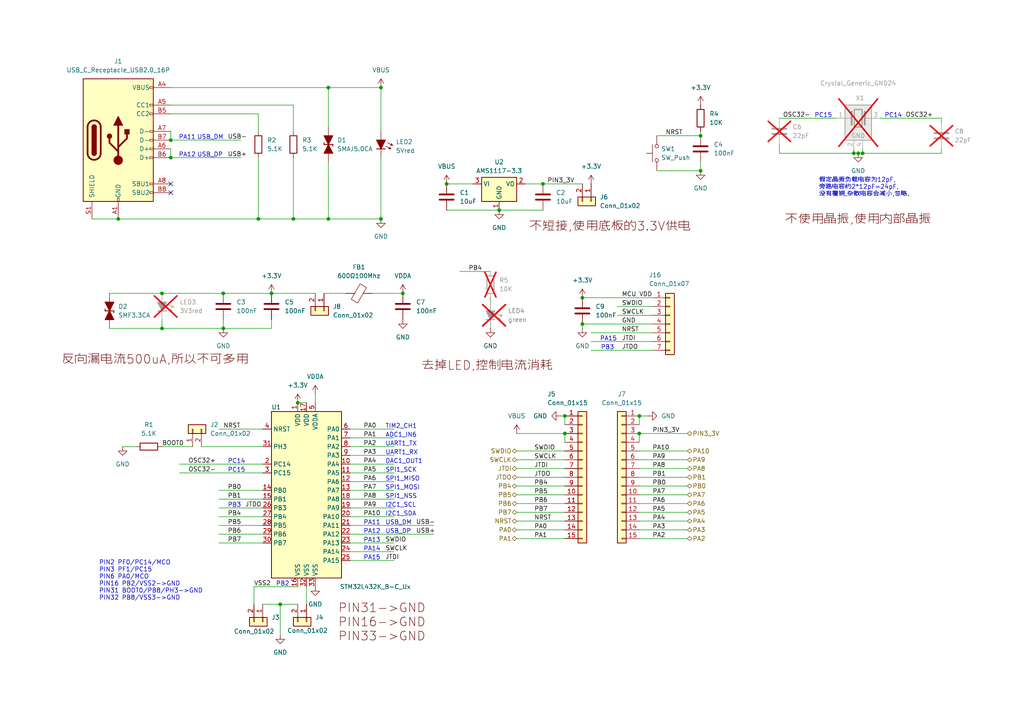
<source format=kicad_sch>
(kicad_sch (version 20250114) (generator "eeschema") (generator_version "9.0")
  (paper "A4")
  (lib_symbols
    (symbol "Connector:USB_C_Receptacle_USB2.0_16P" (pin_names (offset 1.016))
      (property "Reference" "J" (at 0 22.225 0))
      (property "Value" "USB_C_Receptacle_USB2.0_16P" (at 0 19.685 0))
      (symbol "USB_C_Receptacle_USB2.0_16P_1_1"
        (pin passive line (at -7.62 -22.86 90) (length 5.08) (name "SHIELD") (number "S1"))
        (pin passive line (at 0 -22.86 90) (length 5.08) (name "GND") (number "A1"))
        (pin passive line (at 0 -22.86 90) (length 5.08) (hide yes) (name "GND") (number "A12"))
        (pin passive line (at 0 -22.86 90) (length 5.08) (hide yes) (name "GND") (number "B1"))
        (pin passive line (at 0 -22.86 90) (length 5.08) (hide yes) (name "GND") (number "B12"))
        (pin passive line (at 15.24 15.24 180) (length 5.08) (name "VBUS") (number "A4"))
        (pin passive line (at 15.24 15.24 180) (length 5.08) (hide yes) (name "VBUS") (number "A9"))
        (pin passive line (at 15.24 15.24 180) (length 5.08) (hide yes) (name "VBUS") (number "B4"))
        (pin passive line (at 15.24 15.24 180) (length 5.08) (hide yes) (name "VBUS") (number "B9"))
        (pin bidirectional line (at 15.24 10.16 180) (length 5.08) (name "CC1") (number "A5"))
        (pin bidirectional line (at 15.24 7.62 180) (length 5.08) (name "CC2") (number "B5"))
        (pin bidirectional line (at 15.24 2.54 180) (length 5.08) (name "D-") (number "A7"))
        (pin bidirectional line (at 15.24 0 180) (length 5.08) (name "D-") (number "B7"))
        (pin bidirectional line (at 15.24 -2.54 180) (length 5.08) (name "D+") (number "A6"))
        (pin bidirectional line (at 15.24 -5.08 180) (length 5.08) (name "D+") (number "B6"))
        (pin bidirectional line (at 15.24 -12.7 180) (length 5.08) (name "SBU1") (number "A8"))
        (pin bidirectional line (at 15.24 -15.24 180) (length 5.08) (name "SBU2") (number "B8"))
      )
    )
    (symbol "Connector_Generic:Conn_01x02" (pin_names (offset 1.016) (hide yes))
      (property "Reference" "J" (at 0 2.54 0))
      (property "Value" "Conn_01x02" (at 0 -5.08 0))
      (symbol "Conn_01x02_1_1"
        (pin passive line (at -5.08 0 0) (length 3.81) (name "Pin_1") (number "1"))
        (pin passive line (at -5.08 -2.54 0) (length 3.81) (name "Pin_2") (number "2"))
      )
    )
    (symbol "Connector_Generic:Conn_01x07" (pin_names (offset 1.016) (hide yes))
      (property "Reference" "J" (at 0 10.16 0))
      (property "Value" "Conn_01x07" (at 0 -10.16 0))
      (symbol "Conn_01x07_1_1"
        (pin passive line (at -5.08 7.62 0) (length 3.81) (name "Pin_1") (number "1"))
        (pin passive line (at -5.08 5.08 0) (length 3.81) (name "Pin_2") (number "2"))
        (pin passive line (at -5.08 2.54 0) (length 3.81) (name "Pin_3") (number "3"))
        (pin passive line (at -5.08 0 0) (length 3.81) (name "Pin_4") (number "4"))
        (pin passive line (at -5.08 -2.54 0) (length 3.81) (name "Pin_5") (number "5"))
        (pin passive line (at -5.08 -5.08 0) (length 3.81) (name "Pin_6") (number "6"))
        (pin passive line (at -5.08 -7.62 0) (length 3.81) (name "Pin_7") (number "7"))
      )
    )
    (symbol "Connector_Generic:Conn_01x15" (pin_names (offset 1.016) (hide yes))
      (property "Reference" "J" (at 0 20.32 0))
      (property "Value" "Conn_01x15" (at 0 -20.32 0))
      (symbol "Conn_01x15_1_1"
        (pin passive line (at -5.08 17.78 0) (length 3.81) (name "Pin_1") (number "1"))
        (pin passive line (at -5.08 15.24 0) (length 3.81) (name "Pin_2") (number "2"))
        (pin passive line (at -5.08 12.7 0) (length 3.81) (name "Pin_3") (number "3"))
        (pin passive line (at -5.08 10.16 0) (length 3.81) (name "Pin_4") (number "4"))
        (pin passive line (at -5.08 7.62 0) (length 3.81) (name "Pin_5") (number "5"))
        (pin passive line (at -5.08 5.08 0) (length 3.81) (name "Pin_6") (number "6"))
        (pin passive line (at -5.08 2.54 0) (length 3.81) (name "Pin_7") (number "7"))
        (pin passive line (at -5.08 0 0) (length 3.81) (name "Pin_8") (number "8"))
        (pin passive line (at -5.08 -2.54 0) (length 3.81) (name "Pin_9") (number "9"))
        (pin passive line (at -5.08 -5.08 0) (length 3.81) (name "Pin_10") (number "10"))
        (pin passive line (at -5.08 -7.62 0) (length 3.81) (name "Pin_11") (number "11"))
        (pin passive line (at -5.08 -10.16 0) (length 3.81) (name "Pin_12") (number "12"))
        (pin passive line (at -5.08 -12.7 0) (length 3.81) (name "Pin_13") (number "13"))
        (pin passive line (at -5.08 -15.24 0) (length 3.81) (name "Pin_14") (number "14"))
        (pin passive line (at -5.08 -17.78 0) (length 3.81) (name "Pin_15") (number "15"))
      )
    )
    (symbol "Device:FerriteBead" (pin_numbers (hide yes)) (pin_names (offset 0))
      (property "Reference" "FB" (at -3.81 0.635 90))
      (property "Value" "FerriteBead" (at 3.81 0 90))
      (symbol "FerriteBead_1_1"
        (pin passive line (at 0 3.81 270) (length 2.54) (name "~") (number "1"))
        (pin passive line (at 0 -3.81 90) (length 2.54) (name "~") (number "2"))
      )
    )
    (symbol "Library:SMF3.3CA" (pin_numbers (hide yes)) (pin_names (offset 1.016) (hide yes))
      (property "Reference" "D" (at 0 5.08 0))
      (property "Value" "SMF3.3CA" (at 0 2.54 0))
      (symbol "SMF3.3CA_1_1"
        (pin passive line (at -5.08 0 0) (length 2.54) (name "K") (number "1"))
        (pin passive line (at 5.08 0 180) (length 2.54) (name "A") (number "2"))
      )
      (symbol "SMF3.3CA_1_2"
        (pin passive line (at -3.81 -3.81 0) (length 0) (name "A") (number "2"))
        (pin passive line (at 3.81 3.81 180) (length 0) (name "K") (number "1"))
      )
    )
    (symbol "MCU_ST_STM32L4:STM32L432K_B-C_Ux"
      (property "Reference" "U1" (at -10.16 26.67 0))
      (property "Value" "STM32L432K_B-C_Ux" (at 9.652 -25.4 0))
      (symbol "STM32L432K_B-C_Ux_1_1"
        (pin input line (at -12.7 20.32 0) (length 2.54) (name "NRST") (number "4"))
        (pin bidirectional line (at -12.7 15.24 0) (length 2.54) (name "PH3") (number "31"))
        (pin bidirectional line (at -12.7 10.16 0) (length 2.54) (name "PC14") (number "2"))
        (pin bidirectional line (at -12.7 7.62 0) (length 2.54) (name "PC15") (number "3"))
        (pin bidirectional line (at -12.7 2.54 0) (length 2.54) (name "PB0") (number "14"))
        (pin bidirectional line (at -12.7 0 0) (length 2.54) (name "PB1") (number "15"))
        (pin bidirectional line (at -12.7 -2.54 0) (length 2.54) (name "PB3") (number "26"))
        (pin bidirectional line (at -12.7 -5.08 0) (length 2.54) (name "PB4") (number "27"))
        (pin bidirectional line (at -12.7 -7.62 0) (length 2.54) (name "PB5") (number "28"))
        (pin bidirectional line (at -12.7 -10.16 0) (length 2.54) (name "PB6") (number "29"))
        (pin bidirectional line (at -12.7 -12.7 0) (length 2.54) (name "PB7") (number "30"))
        (pin power_in line (at -2.54 27.94 270) (length 2.54) (name "VDD") (number "1"))
        (pin power_in line (at -2.54 -25.4 90) (length 2.54) (name "VSS") (number "16"))
        (pin power_in line (at 0 27.94 270) (length 2.54) (name "VDD") (number "17"))
        (pin passive line (at 0 -25.4 90) (length 2.54) (name "VSS") (number "32"))
        (pin power_in line (at 2.54 27.94 270) (length 2.54) (name "VDDA") (number "5"))
        (pin passive line (at 2.54 -25.4 90) (length 2.54) (name "VSS") (number "33"))
        (pin bidirectional line (at 12.7 20.32 180) (length 2.54) (name "PA0") (number "6"))
        (pin bidirectional line (at 12.7 17.78 180) (length 2.54) (name "PA1") (number "7"))
        (pin bidirectional line (at 12.7 15.24 180) (length 2.54) (name "PA2") (number "8"))
        (pin bidirectional line (at 12.7 12.7 180) (length 2.54) (name "PA3") (number "9"))
        (pin bidirectional line (at 12.7 10.16 180) (length 2.54) (name "PA4") (number "10"))
        (pin bidirectional line (at 12.7 7.62 180) (length 2.54) (name "PA5") (number "11"))
        (pin bidirectional line (at 12.7 5.08 180) (length 2.54) (name "PA6") (number "12"))
        (pin bidirectional line (at 12.7 2.54 180) (length 2.54) (name "PA7") (number "13"))
        (pin bidirectional line (at 12.7 0 180) (length 2.54) (name "PA8") (number "18"))
        (pin bidirectional line (at 12.7 -2.54 180) (length 2.54) (name "PA9") (number "19"))
        (pin bidirectional line (at 12.7 -5.08 180) (length 2.54) (name "PA10") (number "20"))
        (pin bidirectional line (at 12.7 -7.62 180) (length 2.54) (name "PA11") (number "21"))
        (pin bidirectional line (at 12.7 -10.16 180) (length 2.54) (name "PA12") (number "22"))
        (pin bidirectional line (at 12.7 -12.7 180) (length 2.54) (name "PA13") (number "23"))
        (pin bidirectional line (at 12.7 -15.24 180) (length 2.54) (name "PA14") (number "24"))
        (pin bidirectional line (at 12.7 -17.78 180) (length 2.54) (name "PA15") (number "25"))
      )
    )
    (symbol "PCM_Capacitor_AKL:C_0603" (pin_numbers (hide yes)) (pin_names (offset 0.254))
      (property "Reference" "C" (at 0.635 2.54 0))
      (property "Value" "C_0603" (at 0.635 -2.54 0))
      (symbol "C_0603_1_1"
        (pin passive line (at 0 3.81 270) (length 2.794) (name "~") (number "1"))
        (pin passive line (at 0 -3.81 90) (length 2.794) (name "~") (number "2"))
      )
      (symbol "C_0603_1_2"
        (pin passive line (at -2.54 -2.54 90) (length 0) (name "~") (number "2"))
        (pin passive line (at 2.54 2.54 270) (length 0) (name "~") (number "1"))
      )
    )
    (symbol "PCM_Capacitor_AKL:C_1206" (pin_numbers (hide yes)) (pin_names (offset 0.254))
      (property "Reference" "C" (at 0.635 2.54 0))
      (property "Value" "C_1206" (at 0.635 -2.54 0))
      (symbol "C_1206_1_1"
        (pin passive line (at 0 3.81 270) (length 2.794) (name "~") (number "1"))
        (pin passive line (at 0 -3.81 90) (length 2.794) (name "~") (number "2"))
      )
      (symbol "C_1206_1_2"
        (pin passive line (at -2.54 -2.54 90) (length 0) (name "~") (number "2"))
        (pin passive line (at 2.54 2.54 270) (length 0) (name "~") (number "1"))
      )
    )
    (symbol "PCM_Crystal_AKL:Crystal_Generic_GND24" (pin_names (offset 1.016) (hide yes))
      (property "Reference" "X" (at 0 8.89 0))
      (property "Value" "Crystal_Generic" (at 0 6.35 0))
      (symbol "Crystal_Generic_GND24_0_1"
        (text "GND" (at 0 -5.08 0) (effects (font (size 1.27 1.27))))
      )
      (symbol "Crystal_Generic_GND24_1_1"
        (pin passive line (at -6.35 0 0) (length 2.54) (name "1") (number "1"))
        (pin passive line (at -1.27 -8.89 90) (length 2.54) (name "2") (number "2"))
        (pin passive line (at 1.27 -8.89 90) (length 2.54) (name "4") (number "4"))
        (pin passive line (at 6.35 0 180) (length 2.54) (name "3") (number "3"))
      )
    )
    (symbol "PCM_Diode_TVS_AKL:SMAJ5.0CA" (pin_numbers (hide yes)) (pin_names (offset 1.016) (hide yes))
      (property "Reference" "D" (at 0 5.08 0))
      (property "Value" "SMAJ5.0CA" (at 0 2.54 0))
      (symbol "SMAJ5.0CA_1_1"
        (pin passive line (at -5.08 0 0) (length 2.54) (name "K") (number "1"))
        (pin passive line (at 5.08 0 180) (length 2.54) (name "A") (number "2"))
      )
      (symbol "SMAJ5.0CA_1_2"
        (pin passive line (at -3.81 -3.81 0) (length 0) (name "A") (number "2"))
        (pin passive line (at 3.81 3.81 180) (length 0) (name "K") (number "1"))
      )
    )
    (symbol "PCM_LED_AKL:LED_1206" (pin_numbers (hide yes)) (pin_names (offset 1.016) (hide yes))
      (property "Reference" "LED" (at 0 7.62 0))
      (property "Value" "LED_1206" (at 0 5.08 0))
      (symbol "LED_1206_1_1"
        (pin passive line (at -3.81 0 0) (length 2.54) (name "A") (number "2"))
        (pin passive line (at 3.81 0 180) (length 2.54) (name "K") (number "1"))
      )
      (symbol "LED_1206_1_2"
        (pin passive line (at -2.54 -2.54 0) (length 0) (name "A") (number "2"))
        (pin passive line (at 2.54 2.54 180) (length 0) (name "K") (number "1"))
      )
    )
    (symbol "PCM_Resistor_AKL:R_1206" (pin_numbers (hide yes)) (pin_names (offset 0))
      (property "Reference" "R" (at 2.54 1.27 0))
      (property "Value" "R_1206" (at 2.54 -1.27 0))
      (symbol "R_1206_1_1"
        (pin passive line (at 0 3.81 270) (length 1.27) (name "~") (number "1"))
        (pin passive line (at 0 -3.81 90) (length 1.27) (name "~") (number "2"))
      )
      (symbol "R_1206_1_2"
        (pin passive line (at -2.54 -2.54 0) (length 0) (name "") (number "2"))
        (pin passive line (at 2.54 2.54 180) (length 0) (name "") (number "1"))
      )
    )
    (symbol "Regulator_Linear:AMS1117-3.3"
      (property "Reference" "U" (at -3.81 3.175 0))
      (property "Value" "AMS1117-3.3" (at 0 3.175 0))
      (symbol "AMS1117-3.3_1_1"
        (pin power_in line (at -7.62 0 0) (length 2.54) (name "VI") (number "3"))
        (pin power_in line (at 0 -7.62 90) (length 2.54) (name "GND") (number "1"))
        (pin power_out line (at 7.62 0 180) (length 2.54) (name "VO") (number "2"))
      )
    )
    (symbol "Switch:SW_Push" (pin_numbers (hide yes)) (pin_names (offset 1.016) (hide yes))
      (property "Reference" "SW" (at 1.27 2.54 0))
      (property "Value" "SW_Push" (at 0 -1.524 0))
      (symbol "SW_Push_0_1"
        (pin passive line (at -5.08 0 0) (length 2.54) (name "1") (number "1"))
        (pin passive line (at 5.08 0 180) (length 2.54) (name "2") (number "2"))
      )
    )
    (symbol "power:+3.3V" (power) (pin_numbers (hide yes)) (pin_names (offset 0) (hide yes))
      (property "Value" "+3.3V" (at 0 3.556 0))
      (symbol "+3.3V_1_1"
        (pin power_in line (at 0 0 90) (length 0) (name "~") (number "1"))
      )
    )
    (symbol "power:GND" (power) (pin_numbers (hide yes)) (pin_names (offset 0) (hide yes))
      (property "Value" "GND" (at 0 -3.81 0))
      (symbol "GND_1_1"
        (pin power_in line (at 0 0 270) (length 0) (name "~") (number "1"))
      )
    )
    (symbol "power:VBUS" (power) (pin_numbers (hide yes)) (pin_names (offset 0) (hide yes))
      (property "Value" "VBUS" (at 0 3.556 0))
      (symbol "VBUS_1_1"
        (pin power_in line (at 0 0 90) (length 0) (name "~") (number "1"))
      )
    )
    (symbol "power:VDDA" (power) (pin_numbers (hide yes)) (pin_names (offset 0) (hide yes))
      (property "Value" "VDDA" (at 0 3.556 0))
      (symbol "VDDA_1_1"
        (pin power_in line (at 0 0 90) (length 0) (name "~") (number "1"))
      )
    )
  )
  (text "DAC1_OUT1" (at 111.76 134.62 0) (effects (font (size 1.27 1.27)) (justify left bottom)))
  (text "SPI1_NSS" (at 111.76 144.78 0) (effects (font (size 1.27 1.27)) (justify left bottom)))
  (text "PA12" (at 51.816 45.72 0) (effects (font (size 1.27 1.27)) (justify left bottom)))
  (text "USB_DM" (at 111.76 152.4 0) (effects (font (size 1.27 1.27)) (justify left bottom)))
  (text "PC15" (at 236.22 34.29 0) (effects (font (size 1.27 1.27)) (justify left bottom)))
  (text "USB_DP" (at 111.76 154.94 0) (effects (font (size 1.27 1.27)) (justify left bottom)))
  (text "不使用晶振,使用内部晶振" (at 227.584 65.278 0) (effects (font (size 2.54 2.54)) (justify left bottom)))
  (text "SPI1_MISO" (at 111.76 139.7 0) (effects (font (size 1.27 1.27)) (justify left bottom)))
  (text "PC14" (at 66.04 134.62 0) (effects (font (size 1.27 1.27)) (justify left bottom)))
  (text "PIN31->GND\nPIN16->GND\nPIN33->GND" (at 98.044 186.182 0) (effects (font (size 2.54 2.54)) (justify left bottom)))
  (text "PA14" (at 105.41 160.02 0) (effects (font (size 1.27 1.27)) (justify left bottom)))
  (text "USB_DP" (at 57.15 45.72 0) (effects (font (size 1.27 1.27)) (justify left bottom)))
  (text "去掉LED,控制电流消耗" (at 122.174 107.696 0) (effects (font (size 2.54 2.54)) (justify left bottom)))
  (text "TIM2_CH1" (at 111.76 124.46 0) (effects (font (size 1.27 1.27)) (justify left bottom)))
  (text "PA11" (at 105.41 152.4 0) (effects (font (size 1.27 1.27)) (justify left bottom)))
  (text "PA15" (at 105.41 162.56 0) (effects (font (size 1.27 1.27)) (justify left bottom)))
  (text "PC15" (at 66.04 137.16 0) (effects (font (size 1.27 1.27)) (justify left bottom)))
  (text "不短接,使用底板的3.3V供电" (at 153.416 67.31 0) (effects (font (size 2.54 2.54)) (justify left bottom)))
  (text "I2C1_SCL" (at 111.76 147.32 0) (effects (font (size 1.27 1.27)) (justify left bottom)))
  (text "PA12" (at 105.41 154.94 0) (effects (font (size 1.27 1.27)) (justify left bottom)))
  (text "反向漏电流500uA,所以不可多用" (at 17.78 105.918 0) (effects (font (size 2.54 2.54)) (justify left bottom)))
  (text "UART1_RX" (at 111.76 132.08 0) (effects (font (size 1.27 1.27)) (justify left bottom)))
  (text "PB2" (at 80.01 170.18 0) (effects (font (size 1.27 1.27)) (justify left bottom)))
  (text "USB_DM" (at 57.15 40.64 0) (effects (font (size 1.27 1.27)) (justify left bottom)))
  (text "ADC1_IN6" (at 111.76 127 0) (effects (font (size 1.27 1.27)) (justify left bottom)))
  (text "SPI1_SCK" (at 111.76 137.16 0) (effects (font (size 1.27 1.27)) (justify left bottom)))
  (text "PC14" (at 256.54 34.29 0) (effects (font (size 1.27 1.27)) (justify left bottom)))
  (text "假定晶振负载电容为12pF,\n旁路电容约2*12pF=24pF,\n没有覆铜,杂散电容会减小,忽略." (at 237.49 57.15 0) (effects (font (size 1.27 1.27)) (justify left bottom)))
  (text "PA13" (at 105.41 157.48 0) (effects (font (size 1.27 1.27)) (justify left bottom)))
  (text "PIN2 PF0/PC14/MCO\nPIN3 PF1/PC15\nPIN6 PA0/MCO\nPIN16 PB2/VSS2->GND\nPIN31 BOOT0/PB8/PH3->GND\nPIN32 PB8/VSS3->GND" (at 28.702 174.244 0) (effects (font (size 1.27 1.27)) (justify left bottom)))
  (text "PB3" (at 66.04 147.32 0) (effects (font (size 1.27 1.27)) (justify left bottom)))
  (text "PA11" (at 51.816 40.64 0) (effects (font (size 1.27 1.27)) (justify left bottom)))
  (text "PB3" (at 174.244 101.6 0) (effects (font (size 1.27 1.27)) (justify left bottom)))
  (text "I2C1_SDA" (at 111.76 149.86 0) (effects (font (size 1.27 1.27)) (justify left bottom)))
  (text "UART1_TX" (at 111.76 129.54 0) (effects (font (size 1.27 1.27)) (justify left bottom)))
  (text "SPI1_MOSI" (at 111.76 142.24 0) (effects (font (size 1.27 1.27)) (justify left bottom)))
  (text "PA15" (at 173.99 99.06 0) (effects (font (size 1.27 1.27)) (justify left bottom)))
  (junction (at 185.42 120.65))
  (junction (at 95.25 25.4))
  (junction (at 74.93 63.5))
  (junction (at 157.48 53.34))
  (junction (at 203.2 39.37))
  (junction (at 110.49 25.4))
  (junction (at 250.19 44.45))
  (junction (at 64.77 95.25))
  (junction (at 49.53 40.64))
  (junction (at 85.09 63.5))
  (junction (at 46.99 95.25))
  (junction (at 34.29 63.5))
  (junction (at 86.36 116.84))
  (junction (at 248.92 44.45))
  (junction (at 168.91 86.36))
  (junction (at 129.54 53.34))
  (junction (at 163.83 120.65))
  (junction (at 46.99 85.09))
  (junction (at 203.2 49.53))
  (junction (at 247.65 44.45))
  (junction (at 78.74 85.09))
  (junction (at 185.42 125.73))
  (junction (at 116.84 85.09))
  (junction (at 163.83 125.73))
  (junction (at 95.25 63.5))
  (junction (at 49.53 45.72))
  (junction (at 64.77 85.09))
  (junction (at 144.78 60.96))
  (junction (at 81.28 175.26))
  (junction (at 168.91 93.98))
  (junction (at 110.49 63.5))
  (no_connect (at 49.53 55.88))
  (no_connect (at 49.53 53.34))
  (wire (pts (xy 49.53 45.72) (xy 69.85 45.72)))
  (wire (pts (xy 85.09 63.5) (xy 74.93 63.5)))
  (wire (pts (xy 152.4 53.34) (xy 157.48 53.34)))
  (wire (pts (xy 149.86 153.67) (xy 163.83 153.67)))
  (wire (pts (xy 185.42 148.59) (xy 199.39 148.59)))
  (wire (pts (xy 85.09 30.48) (xy 85.09 38.1)))
  (wire (pts (xy 179.07 88.9) (xy 189.23 88.9)))
  (wire (pts (xy 203.2 38.1) (xy 203.2 39.37)))
  (wire (pts (xy 63.5 154.94) (xy 76.2 154.94)))
  (wire (pts (xy 190.5 49.53) (xy 203.2 49.53)))
  (wire (pts (xy 250.19 43.18) (xy 250.19 44.45)))
  (wire (pts (xy 31.75 95.25) (xy 46.99 95.25)))
  (wire (pts (xy 101.6 129.54) (xy 114.3 129.54)))
  (wire (pts (xy 26.67 63.5) (xy 34.29 63.5)))
  (wire (pts (xy 63.5 144.78) (xy 76.2 144.78)))
  (wire (pts (xy 185.42 156.21) (xy 199.39 156.21)))
  (wire (pts (xy 129.54 60.96) (xy 144.78 60.96)))
  (wire (pts (xy 101.6 162.56) (xy 114.3 162.56)))
  (wire (pts (xy 226.06 44.45) (xy 247.65 44.45)))
  (wire (pts (xy 91.44 114.3) (xy 91.44 116.84)))
  (wire (pts (xy 46.99 129.54) (xy 55.88 129.54)))
  (wire (pts (xy 101.6 144.78) (xy 114.3 144.78)))
  (wire (pts (xy 101.6 127) (xy 114.3 127)))
  (wire (pts (xy 81.28 175.26) (xy 86.36 175.26)))
  (wire (pts (xy 73.66 170.18) (xy 86.36 170.18)))
  (wire (pts (xy 93.98 85.09) (xy 100.33 85.09)))
  (wire (pts (xy 185.42 138.43) (xy 199.39 138.43)))
  (wire (pts (xy 101.6 124.46) (xy 114.3 124.46)))
  (wire (pts (xy 185.42 146.05) (xy 199.39 146.05)))
  (wire (pts (xy 185.42 153.67) (xy 199.39 153.67)))
  (wire (pts (xy 101.6 132.08) (xy 114.3 132.08)))
  (wire (pts (xy 49.53 33.02) (xy 74.93 33.02)))
  (wire (pts (xy 185.42 130.81) (xy 199.39 130.81)))
  (wire (pts (xy 52.07 137.16) (xy 76.2 137.16)))
  (wire (pts (xy 242.57 34.29) (xy 226.06 34.29)))
  (wire (pts (xy 185.42 133.35) (xy 199.39 133.35)))
  (wire (pts (xy 149.86 133.35) (xy 163.83 133.35)))
  (wire (pts (xy 95.25 46.99) (xy 95.25 63.5)))
  (wire (pts (xy 273.05 44.45) (xy 273.05 43.18)))
  (wire (pts (xy 168.91 93.98) (xy 168.91 95.25)))
  (wire (pts (xy 133.35 78.74) (xy 142.24 78.74)))
  (wire (pts (xy 149.86 156.21) (xy 163.83 156.21)))
  (wire (pts (xy 88.9 170.18) (xy 88.9 175.26)))
  (wire (pts (xy 101.6 152.4) (xy 125.73 152.4)))
  (wire (pts (xy 149.86 130.81) (xy 163.83 130.81)))
  (wire (pts (xy 185.42 125.73) (xy 185.42 128.27)))
  (wire (pts (xy 247.65 44.45) (xy 248.92 44.45)))
  (wire (pts (xy 101.6 157.48) (xy 114.3 157.48)))
  (wire (pts (xy 185.42 135.89) (xy 199.39 135.89)))
  (wire (pts (xy 78.74 85.09) (xy 91.44 85.09)))
  (wire (pts (xy 203.2 46.99) (xy 203.2 49.53)))
  (wire (pts (xy 110.49 45.72) (xy 110.49 63.5)))
  (wire (pts (xy 101.6 139.7) (xy 114.3 139.7)))
  (wire (pts (xy 46.99 95.25) (xy 64.77 95.25)))
  (wire (pts (xy 95.25 25.4) (xy 95.25 36.83)))
  (wire (pts (xy 162.56 120.65) (xy 163.83 120.65)))
  (wire (pts (xy 247.65 43.18) (xy 247.65 44.45)))
  (wire (pts (xy 73.66 175.26) (xy 73.66 170.18)))
  (wire (pts (xy 101.6 147.32) (xy 114.3 147.32)))
  (wire (pts (xy 110.49 25.4) (xy 110.49 38.1)))
  (wire (pts (xy 49.53 25.4) (xy 95.25 25.4)))
  (wire (pts (xy 171.45 101.6) (xy 189.23 101.6)))
  (wire (pts (xy 63.5 147.32) (xy 76.2 147.32)))
  (wire (pts (xy 187.96 120.65) (xy 185.42 120.65)))
  (wire (pts (xy 63.5 142.24) (xy 76.2 142.24)))
  (wire (pts (xy 273.05 34.29) (xy 273.05 35.56)))
  (wire (pts (xy 46.99 85.09) (xy 64.77 85.09)))
  (wire (pts (xy 250.19 44.45) (xy 273.05 44.45)))
  (wire (pts (xy 78.74 95.25) (xy 78.74 92.71)))
  (wire (pts (xy 149.86 135.89) (xy 163.83 135.89)))
  (wire (pts (xy 49.53 38.1) (xy 49.53 40.64)))
  (wire (pts (xy 64.77 85.09) (xy 78.74 85.09)))
  (wire (pts (xy 76.2 175.26) (xy 81.28 175.26)))
  (wire (pts (xy 31.75 85.09) (xy 46.99 85.09)))
  (wire (pts (xy 101.6 149.86) (xy 114.3 149.86)))
  (wire (pts (xy 168.91 86.36) (xy 189.23 86.36)))
  (wire (pts (xy 144.78 60.96) (xy 157.48 60.96)))
  (wire (pts (xy 64.77 95.25) (xy 64.77 92.71)))
  (wire (pts (xy 101.6 160.02) (xy 114.3 160.02)))
  (wire (pts (xy 185.42 140.97) (xy 199.39 140.97)))
  (wire (pts (xy 179.07 91.44) (xy 189.23 91.44)))
  (wire (pts (xy 190.5 39.37) (xy 203.2 39.37)))
  (wire (pts (xy 95.25 25.4) (xy 110.49 25.4)))
  (wire (pts (xy 85.09 45.72) (xy 85.09 63.5)))
  (wire (pts (xy 226.06 44.45) (xy 226.06 41.91)))
  (wire (pts (xy 185.42 143.51) (xy 199.39 143.51)))
  (wire (pts (xy 49.53 43.18) (xy 49.53 45.72)))
  (wire (pts (xy 101.6 142.24) (xy 114.3 142.24)))
  (wire (pts (xy 35.56 129.54) (xy 39.37 129.54)))
  (wire (pts (xy 171.45 96.52) (xy 189.23 96.52)))
  (wire (pts (xy 46.99 95.25) (xy 46.99 92.71)))
  (wire (pts (xy 185.42 120.65) (xy 185.42 123.19)))
  (wire (pts (xy 255.27 34.29) (xy 273.05 34.29)))
  (wire (pts (xy 149.86 151.13) (xy 163.83 151.13)))
  (wire (pts (xy 63.5 152.4) (xy 76.2 152.4)))
  (wire (pts (xy 149.86 140.97) (xy 163.83 140.97)))
  (wire (pts (xy 171.45 99.06) (xy 189.23 99.06)))
  (wire (pts (xy 149.86 146.05) (xy 163.83 146.05)))
  (wire (pts (xy 49.53 30.48) (xy 85.09 30.48)))
  (wire (pts (xy 63.5 124.46) (xy 76.2 124.46)))
  (wire (pts (xy 149.86 143.51) (xy 163.83 143.51)))
  (wire (pts (xy 185.42 151.13) (xy 199.39 151.13)))
  (wire (pts (xy 63.5 157.48) (xy 76.2 157.48)))
  (wire (pts (xy 110.49 63.5) (xy 95.25 63.5)))
  (wire (pts (xy 58.42 129.54) (xy 76.2 129.54)))
  (wire (pts (xy 52.07 134.62) (xy 76.2 134.62)))
  (wire (pts (xy 157.48 53.34) (xy 168.91 53.34)))
  (wire (pts (xy 163.83 125.73) (xy 163.83 128.27)))
  (wire (pts (xy 74.93 63.5) (xy 34.29 63.5)))
  (wire (pts (xy 142.24 86.36) (xy 142.24 87.63)))
  (wire (pts (xy 101.6 134.62) (xy 114.3 134.62)))
  (wire (pts (xy 107.95 85.09) (xy 116.84 85.09)))
  (wire (pts (xy 149.86 125.73) (xy 163.83 125.73)))
  (wire (pts (xy 64.77 95.25) (xy 78.74 95.25)))
  (wire (pts (xy 101.6 137.16) (xy 114.3 137.16)))
  (wire (pts (xy 168.91 93.98) (xy 189.23 93.98)))
  (wire (pts (xy 86.36 116.84) (xy 88.9 116.84)))
  (wire (pts (xy 248.92 44.45) (xy 250.19 44.45)))
  (wire (pts (xy 129.54 53.34) (xy 137.16 53.34)))
  (wire (pts (xy 63.5 149.86) (xy 76.2 149.86)))
  (wire (pts (xy 95.25 63.5) (xy 85.09 63.5)))
  (wire (pts (xy 149.86 138.43) (xy 163.83 138.43)))
  (wire (pts (xy 74.93 33.02) (xy 74.93 38.1)))
  (wire (pts (xy 74.93 45.72) (xy 74.93 63.5)))
  (wire (pts (xy 149.86 148.59) (xy 163.83 148.59)))
  (wire (pts (xy 163.83 120.65) (xy 163.83 123.19)))
  (wire (pts (xy 101.6 154.94) (xy 125.73 154.94)))
  (wire (pts (xy 81.28 184.15) (xy 81.28 175.26)))
  (wire (pts (xy 185.42 125.73) (xy 199.39 125.73)))
  (wire (pts (xy 49.53 40.64) (xy 69.85 40.64)))
  (label "PA7" (at 189.23 143.51 0))
  (label "JTDI" (at 154.94 135.89 0))
  (label "JTDO" (at 154.94 138.43 0))
  (label "PB6" (at 66.04 154.94 0))
  (label "PIN3_3V" (at 158.75 53.34 0))
  (label "SWCLK" (at 154.94 133.35 0))
  (label "OSC32+" (at 54.61 134.62 0))
  (label "PA5" (at 189.23 148.59 0))
  (label "JTDO" (at 71.12 147.32 0))
  (label "USB-" (at 66.04 40.64 0))
  (label "PA6" (at 189.23 146.05 0))
  (label "JTDI" (at 111.76 162.56 0))
  (label "PB4" (at 154.94 140.97 0))
  (label "PA2" (at 105.41 129.54 0))
  (label "OSC32+" (at 262.636 34.29 0))
  (label "SWDIO" (at 111.76 157.48 0))
  (label "PA10" (at 105.41 149.86 0))
  (label "SWCLK" (at 111.76 160.02 0))
  (label "GND" (at 180.34 93.98 0))
  (label "JTDO" (at 180.34 101.6 0))
  (label "PA8" (at 105.41 144.78 0))
  (label "PA7" (at 105.41 142.24 0))
  (label "USB-" (at 120.65 152.4 0))
  (label "PB1" (at 189.23 138.43 0))
  (label "MCU VDD" (at 180.34 86.36 0))
  (label "PB6" (at 154.94 146.05 0))
  (label "PIN3_3V" (at 189.23 125.73 0))
  (label "PA1" (at 105.41 127 0))
  (label "PB1" (at 66.04 144.78 0))
  (label "PA1" (at 154.94 156.21 0))
  (label "PB5" (at 66.04 152.4 0))
  (label "VSS2" (at 73.66 170.18 0))
  (label "PA4" (at 189.23 151.13 0))
  (label "OSC32-" (at 54.61 137.16 0))
  (label "PA4" (at 105.41 134.62 0))
  (label "PA9" (at 105.41 147.32 0))
  (label "NRST" (at 154.94 151.13 0))
  (label "PA0" (at 105.41 124.46 0))
  (label "USB+" (at 66.04 45.72 0))
  (label "PA10" (at 189.23 130.81 0))
  (label "PA9" (at 189.23 133.35 0))
  (label "JTDI" (at 180.34 99.06 0))
  (label "OSC32-" (at 227.076 34.29 0))
  (label "PA6" (at 105.41 139.7 0))
  (label "NRST" (at 193.04 39.37 0))
  (label "SWCLK" (at 180.34 91.44 0))
  (label "NRST" (at 64.77 124.46 0))
  (label "PA3" (at 105.41 132.08 0))
  (label "PA0" (at 154.94 153.67 0))
  (label "PB4" (at 135.89 78.74 0))
  (label "PB7" (at 154.94 148.59 0))
  (label "PA5" (at 105.41 137.16 0))
  (label "SWDIO" (at 180.34 88.9 0))
  (label "PB4" (at 66.04 149.86 0))
  (label "PA2" (at 189.23 156.21 0))
  (label "PA3" (at 189.23 153.67 0))
  (label "NRST" (at 180.34 96.52 0))
  (label "PB7" (at 66.04 157.48 0))
  (label "USB+" (at 120.65 154.94 0))
  (label "PB5" (at 154.94 143.51 0))
  (label "PA8" (at 189.23 135.89 0))
  (label "PB0" (at 66.04 142.24 0))
  (label "BOOT0" (at 46.99 129.54 0))
  (label "SWDIO" (at 154.94 130.81 0))
  (label "PB0" (at 189.23 140.97 0))
  (hierarchical_label "PA10" (shape bidirectional) (at 199.39 130.81 0))
  (hierarchical_label "PA7" (shape bidirectional) (at 199.39 143.51 0))
  (hierarchical_label "PA2" (shape bidirectional) (at 199.39 156.21 0))
  (hierarchical_label "PB1" (shape bidirectional) (at 199.39 138.43 0))
  (hierarchical_label "JTDI" (shape bidirectional) (at 149.86 135.89 180))
  (hierarchical_label "PB7" (shape bidirectional) (at 149.86 148.59 180))
  (hierarchical_label "PA4" (shape bidirectional) (at 199.39 151.13 0))
  (hierarchical_label "PA5" (shape bidirectional) (at 199.39 148.59 0))
  (hierarchical_label "PA6" (shape bidirectional) (at 199.39 146.05 0))
  (hierarchical_label "PA1" (shape bidirectional) (at 149.86 156.21 180))
  (hierarchical_label "PA0" (shape bidirectional) (at 149.86 153.67 180))
  (hierarchical_label "PB0" (shape bidirectional) (at 199.39 140.97 0))
  (hierarchical_label "SWCLK" (shape bidirectional) (at 149.86 133.35 180))
  (hierarchical_label "SWDIO" (shape bidirectional) (at 149.86 130.81 180))
  (hierarchical_label "PIN3_3V" (shape bidirectional) (at 199.39 125.73 0))
  (hierarchical_label "NRST" (shape bidirectional) (at 149.86 151.13 180))
  (hierarchical_label "PB6" (shape bidirectional) (at 149.86 146.05 180))
  (hierarchical_label "PB5" (shape bidirectional) (at 149.86 143.51 180))
  (hierarchical_label "PA3" (shape bidirectional) (at 199.39 153.67 0))
  (hierarchical_label "PA8" (shape bidirectional) (at 199.39 135.89 0))
  (hierarchical_label "JTDO" (shape bidirectional) (at 149.86 138.43 180))
  (hierarchical_label "PB4" (shape bidirectional) (at 149.86 140.97 180))
  (hierarchical_label "PA9" (shape bidirectional) (at 199.39 133.35 0))
  (symbol (lib_id "power:+3.3V") (at 78.74 85.09 0) (unit 1)
    (property "Reference" "#PWR015" (effects (hide yes)))
    (property "Value" "+3.3V" (at 78.74 80.01 0))
    (property "Description" "Power symbol creates a global label with name \"+3.3V\"" (effects (hide yes)))
  )
  (symbol (lib_id "Connector_Generic:Conn_01x02") (at 171.45 58.42 270) (unit 1)
    (property "Reference" "J6" (at 173.99 57.1499 90) (effects (justify left)))
    (property "Value" "Conn_01x02" (at 173.99 59.6899 90) (effects (justify left)))
    (property "Footprint" "Connector_PinHeader_2.54mm:PinHeader_1x02_P2.54mm_Vertical" (effects (hide yes)))
    (property "Description" "Generic connector, single row, 01x02, script generated (kicad-library-utils/schlib/autogen/connector/)" (effects (hide yes)))
  )
  (symbol (lib_id "PCM_Resistor_AKL:R_1206") (at 43.18 129.54 90) (unit 1)
    (property "Reference" "R1" (at 43.18 123.19 90))
    (property "Value" "5.1K" (at 43.18 125.73 90))
    (property "Footprint" "PCM_Resistor_SMD_AKL:R_1206_3216Metric" (effects (hide yes)))
    (property "Description" "SMD 1206 Chip Resistor, European Symbol, Alternate KiCad Library" (effects (hide yes)))
  )
  (symbol (lib_id "Device:FerriteBead") (at 104.14 85.09 90) (unit 1)
    (property "Reference" "FB1" (at 104.0892 77.47 90))
    (property "Value" "600Ω100Mhz" (at 104.0892 80.01 90))
    (property "Footprint" "PCM_Ferrite_SMD_AKL:Ferrite_1206_3216Metric" (effects (hide yes)))
    (property "Description" "Ferrite bead" (effects (hide yes)))
  )
  (symbol (lib_id "PCM_Capacitor_AKL:C_0603") (at 226.06 38.1 0) (unit 1) (dnp yes)
    (property "Reference" "C6" (at 229.87 36.8299 0) (effects (justify left)))
    (property "Value" "22pF" (at 229.87 39.3699 0) (effects (justify left)))
    (property "Footprint" "PCM_Capacitor_SMD_AKL:C_0603_1608Metric" (effects (hide yes)))
    (property "Description" "SMD 0603 MLCC capacitor, Alternate KiCad Library" (effects (hide yes)))
  )
  (symbol (lib_id "power:GND") (at 142.24 95.25 0) (unit 1)
    (property "Reference" "#PWR021" (effects (hide yes)))
    (property "Value" "GND" (at 142.24 100.33 0))
    (property "Description" "Power symbol creates a global label with name \"GND\" , ground" (effects (hide yes)))
  )
  (symbol (lib_id "power:GND") (at 168.91 95.25 0) (unit 1)
    (property "Reference" "#PWR023" (effects (hide yes)))
    (property "Value" "GND" (at 168.91 100.33 0))
    (property "Description" "Power symbol creates a global label with name \"GND\" , ground" (effects (hide yes)))
  )
  (symbol (lib_id "Connector_Generic:Conn_01x02") (at 88.9 180.34 270) (unit 1)
    (property "Reference" "J4" (at 91.44 179.0699 90) (effects (justify left)))
    (property "Value" "Conn_01x02" (at 83.312 182.88 90) (effects (justify left)))
    (property "Footprint" "Connector_PinHeader_2.54mm:PinHeader_1x02_P2.54mm_Vertical" (effects (hide yes)))
    (property "Description" "Generic connector, single row, 01x02, script generated (kicad-library-utils/schlib/autogen/connector/)" (effects (hide yes)))
  )
  (symbol (lib_id "power:GND") (at 64.77 95.25 0) (unit 1)
    (property "Reference" "#PWR012" (effects (hide yes)))
    (property "Value" "GND" (at 64.77 100.33 0))
    (property "Description" "Power symbol creates a global label with name \"GND\" , ground" (effects (hide yes)))
  )
  (symbol (lib_id "Connector_Generic:Conn_01x15") (at 180.34 138.43 0) (mirror y) (unit 1)
    (property "Reference" "J7" (at 180.34 114.3 0))
    (property "Value" "Conn_01x15" (at 180.34 116.84 0))
    (property "Footprint" "Connector_PinHeader_2.54mm:PinHeader_1x15_P2.54mm_Vertical" (effects (hide yes)))
    (property "Description" "Generic connector, single row, 01x15, script generated (kicad-library-utils/schlib/autogen/connector/)" (effects (hide yes)))
  )
  (symbol (lib_id "power:GND") (at 35.56 129.54 0) (unit 1)
    (property "Reference" "#PWR01" (effects (hide yes)))
    (property "Value" "GND" (at 35.56 134.62 0))
    (property "Description" "Power symbol creates a global label with name \"GND\" , ground" (effects (hide yes)))
  )
  (symbol (lib_id "PCM_LED_AKL:LED_1206") (at 142.24 91.44 270) (unit 1) (dnp yes)
    (property "Reference" "LED4" (at 147.32 90.1699 90) (effects (justify left)))
    (property "Value" "green" (at 147.32 92.7099 90) (effects (justify left)))
    (property "Footprint" "PCM_LED_SMD_AKL:LED_1206_3216Metric" (effects (hide yes)))
    (property "Description" "SMD LED, 1206, Alternate KiCad Library" (effects (hide yes)))
  )
  (symbol (lib_id "PCM_LED_AKL:LED_1206") (at 110.49 41.91 270) (unit 1)
    (property "Reference" "LED2" (at 114.808 41.148 90) (effects (justify left)))
    (property "Value" "5Vred" (at 114.808 43.688 90) (effects (justify left)))
    (property "Footprint" "PCM_LED_SMD_AKL:LED_1206_3216Metric" (effects (hide yes)))
    (property "Description" "SMD LED, 1206, Alternate KiCad Library" (effects (hide yes)))
  )
  (symbol (lib_id "Connector_Generic:Conn_01x07") (at 194.31 93.98 0) (unit 1)
    (property "Reference" "J16" (at 188.214 79.756 0) (effects (justify left)))
    (property "Value" "Conn_01x07" (at 188.214 82.296 0) (effects (justify left)))
    (property "Footprint" "Connector_PinHeader_2.54mm:PinHeader_1x07_P2.54mm_Vertical" (effects (hide yes)))
    (property "Description" "Generic connector, single row, 01x07, script generated (kicad-library-utils/schlib/autogen/connector/)" (effects (hide yes)))
  )
  (symbol (lib_id "PCM_Capacitor_AKL:C_1206") (at 78.74 88.9 0) (unit 1)
    (property "Reference" "C5" (at 82.55 87.6299 0) (effects (justify left)))
    (property "Value" "100nF" (at 82.55 90.1699 0) (effects (justify left)))
    (property "Footprint" "PCM_Capacitor_SMD_AKL:C_1206_3216Metric" (effects (hide yes)))
    (property "Description" "SMD 1206 MLCC capacitor, Alternate KiCad Library" (effects (hide yes)))
  )
  (symbol (lib_id "Regulator_Linear:AMS1117-3.3") (at 144.78 53.34 0) (unit 1)
    (property "Reference" "U2" (at 144.78 46.99 0))
    (property "Value" "AMS1117-3.3" (at 144.78 49.53 0))
    (property "Footprint" "Package_TO_SOT_SMD:SOT-223-3_TabPin2" (effects (hide yes)))
    (property "Datasheet" "http://www.advanced-monolithic.com/pdf/ds1117.pdf" (effects (hide yes)))
    (property "Description" "1A Low Dropout regulator, positive, 3.3V fixed output, SOT-223" (effects (hide yes)))
  )
  (symbol (lib_id "PCM_Capacitor_AKL:C_1206") (at 157.48 57.15 0) (unit 1)
    (property "Reference" "C2" (at 161.29 55.8799 0) (effects (justify left)))
    (property "Value" "10uF" (at 161.29 58.4199 0) (effects (justify left)))
    (property "Footprint" "PCM_Capacitor_SMD_AKL:C_1206_3216Metric" (effects (hide yes)))
    (property "Description" "SMD 1206 MLCC capacitor, Alternate KiCad Library" (effects (hide yes)))
  )
  (symbol (lib_id "PCM_Capacitor_AKL:C_1206") (at 168.91 90.17 0) (unit 1)
    (property "Reference" "C9" (at 172.72 88.8999 0) (effects (justify left)))
    (property "Value" "100nF" (at 172.72 91.4399 0) (effects (justify left)))
    (property "Footprint" "PCM_Capacitor_SMD_AKL:C_1206_3216Metric" (effects (hide yes)))
    (property "Description" "SMD 1206 MLCC capacitor, Alternate KiCad Library" (effects (hide yes)))
  )
  (symbol (lib_id "power:GND") (at 144.78 60.96 0) (unit 1)
    (property "Reference" "#PWR010" (effects (hide yes)))
    (property "Value" "GND" (at 144.78 66.04 0))
    (property "Description" "Power symbol creates a global label with name \"GND\" , ground" (effects (hide yes)))
  )
  (symbol (lib_id "Connector:USB_C_Receptacle_USB2.0_16P") (at 34.29 40.64 0) (unit 1)
    (property "Reference" "J1" (at 34.29 17.78 0))
    (property "Value" "USB_C_Receptacle_USB2.0_16P" (at 34.29 20.32 0))
    (property "Footprint" "Connector_USB:USB_C_Receptacle_HCTL_HC-TYPE-C-16P-01A" (effects (hide yes)))
    (property "Datasheet" "https://www.usb.org/sites/default/files/documents/usb_type-c.zip" (effects (hide yes)))
    (property "Description" "USB 2.0-only 16P Type-C Receptacle connector" (effects (hide yes)))
  )
  (symbol (lib_id "power:GND") (at 203.2 49.53 0) (unit 1)
    (property "Reference" "#PWR014" (effects (hide yes)))
    (property "Value" "GND" (at 203.2 54.61 0))
    (property "Description" "Power symbol creates a global label with name \"GND\" , ground" (effects (hide yes)))
  )
  (symbol (lib_id "Connector_Generic:Conn_01x15") (at 168.91 138.43 0) (unit 1)
    (property "Reference" "J5" (at 158.75 114.3 0) (effects (justify left)))
    (property "Value" "Conn_01x15" (at 158.75 116.84 0) (effects (justify left)))
    (property "Footprint" "Connector_PinHeader_2.54mm:PinHeader_1x15_P2.54mm_Vertical" (effects (hide yes)))
    (property "Description" "Generic connector, single row, 01x15, script generated (kicad-library-utils/schlib/autogen/connector/)" (effects (hide yes)))
  )
  (symbol (lib_id "Connector_Generic:Conn_01x02") (at 93.98 90.17 270) (unit 1)
    (property "Reference" "J8" (at 96.52 88.8999 90) (effects (justify left)))
    (property "Value" "Conn_01x02" (at 96.52 91.4399 90) (effects (justify left)))
    (property "Footprint" "Connector_PinHeader_2.54mm:PinHeader_1x02_P2.54mm_Vertical" (effects (hide yes)))
    (property "Description" "Generic connector, single row, 01x02, script generated (kicad-library-utils/schlib/autogen/connector/)" (effects (hide yes)))
  )
  (symbol (lib_id "power:GND") (at 81.28 184.15 0) (unit 1)
    (property "Reference" "#PWR02" (effects (hide yes)))
    (property "Value" "GND" (at 81.28 189.23 0))
    (property "Description" "Power symbol creates a global label with name \"GND\" , ground" (effects (hide yes)))
  )
  (symbol (lib_id "PCM_Capacitor_AKL:C_1206") (at 64.77 88.9 0) (unit 1)
    (property "Reference" "C3" (at 68.58 87.6299 0) (effects (justify left)))
    (property "Value" "100nF" (at 68.58 90.1699 0) (effects (justify left)))
    (property "Footprint" "PCM_Capacitor_SMD_AKL:C_1206_3216Metric" (effects (hide yes)))
    (property "Description" "SMD 1206 MLCC capacitor, Alternate KiCad Library" (effects (hide yes)))
  )
  (symbol (lib_id "PCM_LED_AKL:LED_1206") (at 46.99 88.9 270) (unit 1) (dnp yes)
    (property "Reference" "LED3" (at 52.07 87.6299 90) (effects (justify left)))
    (property "Value" "3V3red" (at 52.07 90.1699 90) (effects (justify left)))
    (property "Footprint" "PCM_LED_SMD_AKL:LED_1206_3216Metric" (effects (hide yes)))
    (property "Description" "SMD LED, 1206, Alternate KiCad Library" (effects (hide yes)))
  )
  (symbol (lib_id "power:GND") (at 116.84 92.71 0) (unit 1)
    (property "Reference" "#PWR020" (effects (hide yes)))
    (property "Value" "GND" (at 116.84 97.79 0))
    (property "Description" "Power symbol creates a global label with name \"GND\" , ground" (effects (hide yes)))
  )
  (symbol (lib_id "MCU_ST_STM32L4:STM32L432K_B-C_Ux") (at 88.9 144.78 0) (unit 1)
    (property "Reference" "U1" (at 78.74 118.11 0) (effects (justify left)))
    (property "Value" "STM32L432K_B-C_Ux" (at 98.552 170.18 0) (effects (justify left)))
    (property "Footprint" "Library:LQFP-32_7x7mm_P0.8mm_QFN-32-1EP_5x5mm_P0.5mm_EP3.45x3.45mm" (effects (hide yes)))
    (property "Datasheet" "https://www.st.com/resource/en/datasheet/stm32l432kb.pdf" (effects (hide yes)))
    (property "Description" "STMicroelectronics Arm Cortex-M4 MCU, 128-256KB flash, 64KB RAM, 80 MHz, 1.71-3.6V, 26 GPIO, UFQFPN32" (effects (hide yes)))
  )
  (symbol (lib_id "power:GND") (at 162.56 120.65 270) (unit 1)
    (property "Reference" "#PWR016" (effects (hide yes)))
    (property "Value" "GND" (at 158.75 120.6499 90) (effects (justify right)))
    (property "Description" "Power symbol creates a global label with name \"GND\" , ground" (effects (hide yes)))
  )
  (symbol (lib_id "Connector_Generic:Conn_01x02") (at 55.88 124.46 90) (unit 1)
    (property "Reference" "J2" (at 60.96 123.1899 90) (effects (justify right)))
    (property "Value" "Conn_01x02" (at 60.96 125.7299 90) (effects (justify right)))
    (property "Footprint" "Connector_PinHeader_2.54mm:PinHeader_1x02_P2.54mm_Vertical" (effects (hide yes)))
    (property "Description" "Generic connector, single row, 01x02, script generated (kicad-library-utils/schlib/autogen/connector/)" (effects (hide yes)))
  )
  (symbol (lib_id "power:GND") (at 91.44 170.18 0) (unit 1)
    (property "Reference" "#PWR05" (effects (hide yes)))
    (property "Value" "GND" (at 91.44 175.26 0))
    (property "Description" "Power symbol creates a global label with name \"GND\" , ground" (effects (hide yes)))
  )
  (symbol (lib_id "PCM_Crystal_AKL:Crystal_Generic_GND24") (at 248.92 34.29 0) (unit 1) (dnp yes)
    (property "Reference" "X1" (at 249.428 28.448 0))
    (property "Value" "Crystal_Generic_GND24" (at 248.92 24.13 0))
    (property "Footprint" "Crystal:Crystal_SMD_SeikoEpson_TSX3225-4Pin_3.2x2.5mm" (effects (hide yes)))
    (property "Description" "Quartz crystal, Shielded, Generic symbol, Alternate KiCad Library" (effects (hide yes)))
  )
  (symbol (lib_id "Connector_Generic:Conn_01x02") (at 76.2 180.34 270) (unit 1)
    (property "Reference" "J3" (at 78.74 179.0699 90) (effects (justify left)))
    (property "Value" "Conn_01x02" (at 67.818 183.134 90) (effects (justify left)))
    (property "Footprint" "Connector_PinHeader_2.54mm:PinHeader_1x02_P2.54mm_Vertical" (effects (hide yes)))
    (property "Description" "Generic connector, single row, 01x02, script generated (kicad-library-utils/schlib/autogen/connector/)" (effects (hide yes)))
  )
  (symbol (lib_id "power:+3.3V") (at 203.2 30.48 0) (unit 1)
    (property "Reference" "#PWR013" (effects (hide yes)))
    (property "Value" "+3.3V" (at 203.2 25.4 0))
    (property "Description" "Power symbol creates a global label with name \"+3.3V\"" (effects (hide yes)))
  )
  (symbol (lib_id "Library:SMF3.3CA") (at 31.75 90.17 90) (unit 1)
    (property "Reference" "D2" (at 34.29 88.8999 90) (effects (justify right)))
    (property "Value" "SMF3.3CA" (at 34.29 91.4399 90) (effects (justify right)))
    (property "Footprint" "PCM_Diode_SMD_AKL:D_SOD-123F" (effects (hide yes)))
    (property "Datasheet" "https://item.szlcsc.com/48682096.html?fromZone=s_s__%2522SMF3.3CA%2522&spm=sc.gb.xh1.zy.n___sc.hm.hd.ss&lcsc_vid=EwQKBQVXRFYIBQVTR1JbVFcAFgRYUl0AFFNZVAEARVQxVlNSQVZYX1xURVJeUDsOAxUeFF5JWBYZEEoEHg8JSQcJGk4%3D" (effects (hide yes)))
    (property "Description" "SOD-123F Bidirectional TVS Diode, 5V, 200W, Alternate KiCAD Library" (effects (hide yes)))
  )
  (symbol (lib_id "PCM_Diode_TVS_AKL:SMAJ5.0CA") (at 95.25 41.91 90) (unit 1)
    (property "Reference" "D1" (at 97.79 40.6399 90) (effects (justify right)))
    (property "Value" "SMAJ5.0CA" (at 97.79 43.1799 90) (effects (justify right)))
    (property "Footprint" "PCM_Diode_SMD_AKL:D_SMA_TVS" (effects (hide yes)))
    (property "Datasheet" "https://www.tme.eu/Document/dbc72d81c249fe51b6ab42300e8e06d0/SMAJ_ser.pdf" (effects (hide yes)))
    (property "Description" "SMA Bidirectional TVS Diode, 5V, 400W, Alternate KiCAD Library" (effects (hide yes)))
  )
  (symbol (lib_id "PCM_Capacitor_AKL:C_1206") (at 203.2 43.18 0) (unit 1)
    (property "Reference" "C4" (at 207.01 41.9099 0) (effects (justify left)))
    (property "Value" "100nF" (at 207.01 44.4499 0) (effects (justify left)))
    (property "Footprint" "PCM_Capacitor_SMD_AKL:C_1206_3216Metric" (effects (hide yes)))
    (property "Description" "SMD 1206 MLCC capacitor, Alternate KiCad Library" (effects (hide yes)))
  )
  (symbol (lib_id "PCM_Capacitor_AKL:C_0603") (at 273.05 39.37 0) (unit 1) (dnp yes)
    (property "Reference" "C8" (at 276.86 38.0999 0) (effects (justify left)))
    (property "Value" "22pF" (at 276.86 40.6399 0) (effects (justify left)))
    (property "Footprint" "PCM_Capacitor_SMD_AKL:C_0603_1608Metric" (effects (hide yes)))
    (property "Description" "SMD 0603 MLCC capacitor, Alternate KiCad Library" (effects (hide yes)))
  )
  (symbol (lib_id "power:+3.3V") (at 168.91 86.36 0) (unit 1)
    (property "Reference" "#PWR022" (effects (hide yes)))
    (property "Value" "+3.3V" (at 168.91 81.28 0))
    (property "Description" "Power symbol creates a global label with name \"+3.3V\"" (effects (hide yes)))
  )
  (symbol (lib_id "PCM_Capacitor_AKL:C_1206") (at 129.54 57.15 0) (unit 1)
    (property "Reference" "C1" (at 133.35 55.8799 0) (effects (justify left)))
    (property "Value" "10uF" (at 133.35 58.4199 0) (effects (justify left)))
    (property "Footprint" "PCM_Capacitor_SMD_AKL:C_1206_3216Metric" (effects (hide yes)))
    (property "Description" "SMD 1206 MLCC capacitor, Alternate KiCad Library" (effects (hide yes)))
  )
  (symbol (lib_id "power:+3.3V") (at 86.36 116.84 0) (unit 1)
    (property "Reference" "#PWR03" (effects (hide yes)))
    (property "Value" "+3.3V" (at 86.36 111.76 0))
    (property "Description" "Power symbol creates a global label with name \"+3.3V\"" (effects (hide yes)))
  )
  (symbol (lib_id "power:VDDA") (at 91.44 114.3 0) (unit 1)
    (property "Reference" "#PWR04" (effects (hide yes)))
    (property "Value" "VDDA" (at 91.44 109.22 0))
    (property "Description" "Power symbol creates a global label with name \"VDDA\"" (effects (hide yes)))
  )
  (symbol (lib_id "PCM_Resistor_AKL:R_1206") (at 85.09 41.91 0) (unit 1)
    (property "Reference" "R3" (at 87.63 40.6399 0) (effects (justify left)))
    (property "Value" "5.1K" (at 87.63 43.1799 0) (effects (justify left)))
    (property "Footprint" "PCM_Resistor_SMD_AKL:R_1206_3216Metric" (effects (hide yes)))
    (property "Description" "SMD 1206 Chip Resistor, European Symbol, Alternate KiCad Library" (effects (hide yes)))
  )
  (symbol (lib_id "power:VBUS") (at 110.49 25.4 0) (unit 1)
    (property "Reference" "#PWR06" (effects (hide yes)))
    (property "Value" "VBUS" (at 110.49 20.32 0))
    (property "Description" "Power symbol creates a global label with name \"VBUS\"" (effects (hide yes)))
  )
  (symbol (lib_id "PCM_Resistor_AKL:R_1206") (at 203.2 34.29 0) (unit 1)
    (property "Reference" "R4" (at 205.74 33.0199 0) (effects (justify left)))
    (property "Value" "10K" (at 205.74 35.5599 0) (effects (justify left)))
    (property "Footprint" "PCM_Resistor_SMD_AKL:R_1206_3216Metric" (effects (hide yes)))
    (property "Description" "SMD 1206 Chip Resistor, European Symbol, Alternate KiCad Library" (effects (hide yes)))
  )
  (symbol (lib_id "power:+3.3V") (at 171.45 53.34 0) (unit 1)
    (property "Reference" "#PWR011" (effects (hide yes)))
    (property "Value" "+3.3V" (at 171.45 48.26 0))
    (property "Description" "Power symbol creates a global label with name \"+3.3V\"" (effects (hide yes)))
  )
  (symbol (lib_id "PCM_Capacitor_AKL:C_1206") (at 116.84 88.9 0) (unit 1)
    (property "Reference" "C7" (at 120.65 87.6299 0) (effects (justify left)))
    (property "Value" "100nF" (at 120.65 90.1699 0) (effects (justify left)))
    (property "Footprint" "PCM_Capacitor_SMD_AKL:C_1206_3216Metric" (effects (hide yes)))
    (property "Description" "SMD 1206 MLCC capacitor, Alternate KiCad Library" (effects (hide yes)))
  )
  (symbol (lib_id "power:VBUS") (at 149.86 125.73 0) (unit 1)
    (property "Reference" "#PWR017" (effects (hide yes)))
    (property "Value" "VBUS" (at 149.86 120.65 0))
    (property "Description" "Power symbol creates a global label with name \"VBUS\"" (effects (hide yes)))
  )
  (symbol (lib_id "power:VDDA") (at 116.84 85.09 0) (unit 1)
    (property "Reference" "#PWR019" (effects (hide yes)))
    (property "Value" "VDDA" (at 116.84 80.01 0))
    (property "Description" "Power symbol creates a global label with name \"VDDA\"" (effects (hide yes)))
  )
  (symbol (lib_id "PCM_Resistor_AKL:R_1206") (at 142.24 82.55 0) (unit 1) (dnp yes)
    (property "Reference" "R5" (at 144.78 81.2799 0) (effects (justify left)))
    (property "Value" "10K" (at 144.78 83.8199 0) (effects (justify left)))
    (property "Footprint" "PCM_Resistor_SMD_AKL:R_1206_3216Metric" (effects (hide yes)))
    (property "Description" "SMD 1206 Chip Resistor, European Symbol, Alternate KiCad Library" (effects (hide yes)))
  )
  (symbol (lib_id "power:GND") (at 110.49 63.5 0) (unit 1)
    (property "Reference" "#PWR07" (effects (hide yes)))
    (property "Value" "GND" (at 110.49 68.58 0))
    (property "Description" "Power symbol creates a global label with name \"GND\" , ground" (effects (hide yes)))
  )
  (symbol (lib_id "power:VBUS") (at 129.54 53.34 0) (unit 1)
    (property "Reference" "#PWR08" (effects (hide yes)))
    (property "Value" "VBUS" (at 129.54 48.26 0))
    (property "Description" "Power symbol creates a global label with name \"VBUS\"" (effects (hide yes)))
  )
  (symbol (lib_id "power:GND") (at 248.92 44.45 0) (unit 1)
    (property "Reference" "#PWR018" (effects (hide yes)))
    (property "Value" "GND" (at 248.92 49.53 0))
    (property "Description" "Power symbol creates a global label with name \"GND\" , ground" (effects (hide yes)))
  )
  (symbol (lib_id "PCM_Resistor_AKL:R_1206") (at 74.93 41.91 0) (unit 1)
    (property "Reference" "R2" (at 77.47 40.6399 0) (effects (justify left)))
    (property "Value" "5.1K" (at 77.47 43.1799 0) (effects (justify left)))
    (property "Footprint" "PCM_Resistor_SMD_AKL:R_1206_3216Metric" (effects (hide yes)))
    (property "Description" "SMD 1206 Chip Resistor, European Symbol, Alternate KiCad Library" (effects (hide yes)))
  )
  (symbol (lib_id "Switch:SW_Push") (at 190.5 44.45 90) (unit 1)
    (property "Reference" "SW1" (at 191.77 43.1799 90) (effects (justify right)))
    (property "Value" "SW_Push" (at 191.77 45.7199 90) (effects (justify right)))
    (property "Footprint" "Button_Switch_THT:SW_PUSH_6mm_H7.3mm" (effects (hide yes)))
    (property "Description" "Push button switch, generic, two pins" (effects (hide yes)))
  )
  (symbol (lib_id "power:GND") (at 187.96 120.65 90) (unit 1)
    (property "Reference" "#PWR024" (effects (hide yes)))
    (property "Value" "GND" (at 191.77 120.6499 90) (effects (justify right)))
    (property "Description" "Power symbol creates a global label with name \"GND\" , ground" (effects (hide yes)))
  )
)
</source>
